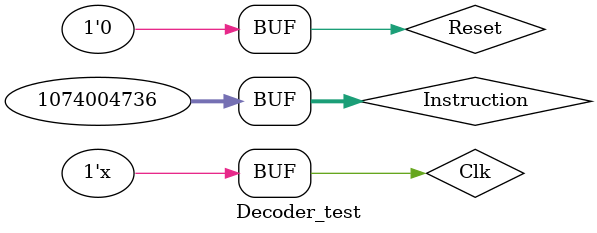
<source format=v>
`timescale 1ns / 1ps


module Decoder_test;

	// Inputs
	reg Clk;
	reg Reset;
	reg [31:0] Instruction;

	// Instantiate the Unit Under Test (UUT)
	Decoder uut (
		.Clk(Clk), 
		.Reset(Reset), 
		.Instruction(Instruction)
	);
	
	initial begin
		// Initialize Inputs
		Clk = 0;
		Reset = 0;
		Instruction = 0;	

		#10 Reset=1;
		#10 Reset=0;
		#60 Instruction=32'b10000000_00000000_00000011_00000000;
		#60 Instruction=32'b10000000_00000001_00000010_00000000;
		#60 Instruction=32'b10000000_00000010_00000001_00000000;
		#60 Instruction=32'b10000000_00000011_00000000_00000000;
		
		#60 Instruction=32'b01000000_00000111_00000001_00000000;
		#60 Instruction=32'b01000000_00000110_00000000_00000000;
		#60 Instruction=32'b01000000_00000101_00000010_00000000;
		#60 Instruction=32'b01000000_00000100_00000011_00000000;    
      
		// Add stimulus here
	end
	
	always
		#10 Clk = ~Clk;
      
endmodule


</source>
